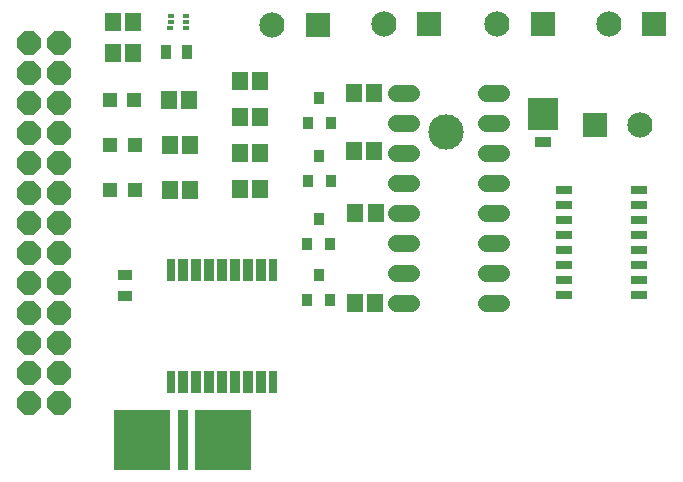
<source format=gts>
G75*
%MOIN*%
%OFA0B0*%
%FSLAX24Y24*%
%IPPOS*%
%LPD*%
%AMOC8*
5,1,8,0,0,1.08239X$1,22.5*
%
%ADD10C,0.1182*%
%ADD11OC8,0.0780*%
%ADD12R,0.0355X0.0749*%
%ADD13R,0.0316X0.0749*%
%ADD14R,0.0840X0.0840*%
%ADD15C,0.0840*%
%ADD16R,0.0512X0.0355*%
%ADD17R,0.0512X0.0512*%
%ADD18R,0.0552X0.0631*%
%ADD19R,0.0355X0.2009*%
%ADD20R,0.1871X0.2009*%
%ADD21R,0.0540X0.0290*%
%ADD22R,0.0355X0.0394*%
%ADD23R,0.1040X0.1091*%
%ADD24R,0.0540X0.0340*%
%ADD25C,0.0555*%
%ADD26R,0.0197X0.0138*%
%ADD27R,0.0355X0.0512*%
D10*
X015963Y011811D03*
D11*
X002050Y002770D03*
X003050Y002770D03*
X003050Y003770D03*
X002050Y003770D03*
X002050Y004770D03*
X003050Y004770D03*
X003050Y005770D03*
X002050Y005770D03*
X002050Y006770D03*
X003050Y006770D03*
X003050Y007770D03*
X002050Y007770D03*
X002050Y008770D03*
X003050Y008770D03*
X003050Y009770D03*
X002050Y009770D03*
X002050Y010770D03*
X003050Y010770D03*
X003050Y011770D03*
X002050Y011770D03*
X002050Y012770D03*
X003050Y012770D03*
X003050Y013770D03*
X002050Y013770D03*
X002050Y014770D03*
X003050Y014770D03*
D12*
X007183Y007201D03*
X007616Y007201D03*
X008049Y007201D03*
X008482Y007201D03*
X008915Y007201D03*
X009348Y007201D03*
X009781Y007201D03*
X009781Y003461D03*
X009348Y003461D03*
X008915Y003461D03*
X008482Y003461D03*
X008049Y003461D03*
X007616Y003461D03*
X007183Y003461D03*
D13*
X006770Y003461D03*
X010195Y003461D03*
X010195Y007201D03*
X006770Y007201D03*
D14*
X011675Y015355D03*
X015400Y015405D03*
X019175Y015380D03*
X022900Y015405D03*
X020908Y012027D03*
D15*
X022426Y012027D03*
X021382Y015405D03*
X017657Y015380D03*
X013882Y015405D03*
X010157Y015355D03*
D16*
X005254Y007027D03*
X005254Y006319D03*
D17*
X005571Y009878D03*
X004745Y009878D03*
X004745Y011356D03*
X005571Y011356D03*
X005565Y012856D03*
X004738Y012856D03*
D18*
X006729Y012856D03*
X007398Y012856D03*
X009070Y012305D03*
X009740Y012305D03*
X009740Y013505D03*
X009070Y013505D03*
X007427Y011363D03*
X006758Y011363D03*
X006751Y009878D03*
X007420Y009878D03*
X009070Y009880D03*
X009740Y009880D03*
X009740Y011080D03*
X009070Y011080D03*
X012893Y011155D03*
X013563Y011155D03*
X013563Y013105D03*
X012894Y013105D03*
X012934Y009105D03*
X013603Y009105D03*
X013590Y006105D03*
X012920Y006105D03*
X005515Y014430D03*
X004845Y014430D03*
X004845Y015455D03*
X005515Y015455D03*
D19*
X007180Y001517D03*
D20*
X005832Y001517D03*
X008528Y001517D03*
D21*
X019880Y006355D03*
X019880Y006855D03*
X019880Y007355D03*
X019880Y007855D03*
X019880Y008355D03*
X019880Y008855D03*
X019880Y009355D03*
X019880Y009855D03*
X022380Y009855D03*
X022380Y009355D03*
X022380Y008855D03*
X022380Y008355D03*
X022380Y007855D03*
X022380Y007355D03*
X022380Y006855D03*
X022380Y006355D03*
D22*
X012079Y006211D03*
X011331Y006211D03*
X011705Y007038D03*
X011331Y008061D03*
X012079Y008061D03*
X011705Y008888D03*
X011356Y010161D03*
X012104Y010161D03*
X011730Y010988D03*
X011356Y012111D03*
X012104Y012111D03*
X011730Y012938D03*
D23*
X019180Y012405D03*
D24*
X019180Y011479D03*
D25*
X017787Y011095D02*
X017272Y011095D01*
X017272Y010095D02*
X017787Y010095D01*
X017787Y009095D02*
X017272Y009095D01*
X017272Y008095D02*
X017787Y008095D01*
X017787Y007095D02*
X017272Y007095D01*
X017272Y006095D02*
X017787Y006095D01*
X014787Y006095D02*
X014272Y006095D01*
X014272Y007095D02*
X014787Y007095D01*
X014787Y008095D02*
X014272Y008095D01*
X014272Y009095D02*
X014787Y009095D01*
X014787Y010095D02*
X014272Y010095D01*
X014272Y011095D02*
X014787Y011095D01*
X014787Y012095D02*
X014272Y012095D01*
X014272Y013095D02*
X014787Y013095D01*
X017272Y013095D02*
X017787Y013095D01*
X017787Y012095D02*
X017272Y012095D01*
D26*
X007290Y015258D03*
X007290Y015455D03*
X007290Y015652D03*
X006770Y015652D03*
X006770Y015455D03*
X006766Y015258D03*
D27*
X006626Y014455D03*
X007334Y014455D03*
M02*

</source>
